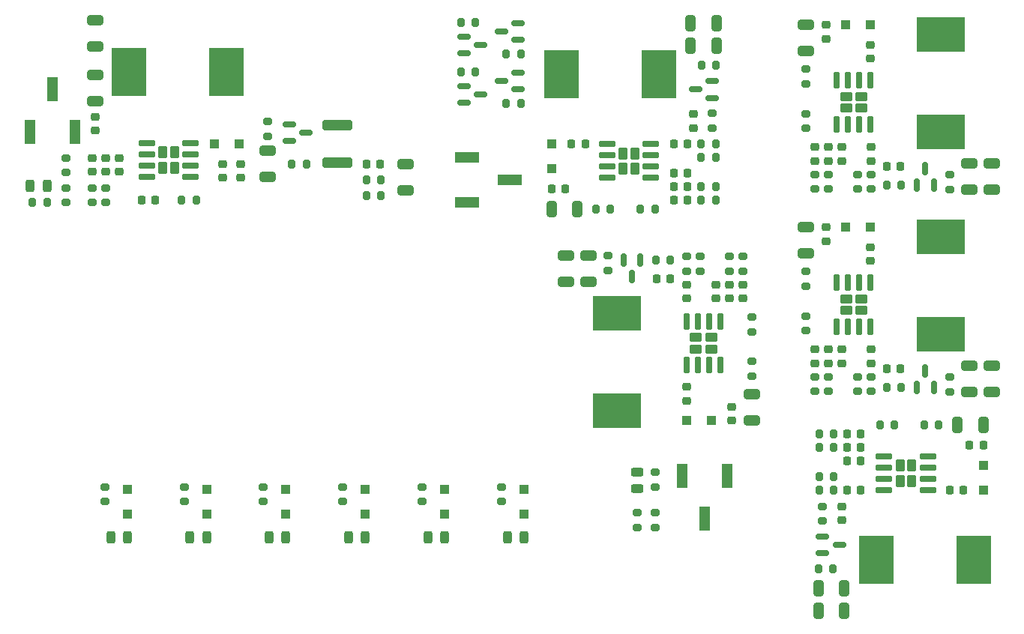
<source format=gtp>
%TF.GenerationSoftware,KiCad,Pcbnew,7.0.10*%
%TF.CreationDate,2024-02-13T14:16:50+07:00*%
%TF.ProjectId,AniSignage v2,416e6953-6967-46e6-9167-652076322e6b,rev?*%
%TF.SameCoordinates,Original*%
%TF.FileFunction,Paste,Top*%
%TF.FilePolarity,Positive*%
%FSLAX46Y46*%
G04 Gerber Fmt 4.6, Leading zero omitted, Abs format (unit mm)*
G04 Created by KiCad (PCBNEW 7.0.10) date 2024-02-13 14:16:50*
%MOMM*%
%LPD*%
G01*
G04 APERTURE LIST*
G04 Aperture macros list*
%AMRoundRect*
0 Rectangle with rounded corners*
0 $1 Rounding radius*
0 $2 $3 $4 $5 $6 $7 $8 $9 X,Y pos of 4 corners*
0 Add a 4 corners polygon primitive as box body*
4,1,4,$2,$3,$4,$5,$6,$7,$8,$9,$2,$3,0*
0 Add four circle primitives for the rounded corners*
1,1,$1+$1,$2,$3*
1,1,$1+$1,$4,$5*
1,1,$1+$1,$6,$7*
1,1,$1+$1,$8,$9*
0 Add four rect primitives between the rounded corners*
20,1,$1+$1,$2,$3,$4,$5,0*
20,1,$1+$1,$4,$5,$6,$7,0*
20,1,$1+$1,$6,$7,$8,$9,0*
20,1,$1+$1,$8,$9,$2,$3,0*%
G04 Aperture macros list end*
%ADD10RoundRect,0.200000X0.200000X0.275000X-0.200000X0.275000X-0.200000X-0.275000X0.200000X-0.275000X0*%
%ADD11RoundRect,0.150000X-0.587500X-0.150000X0.587500X-0.150000X0.587500X0.150000X-0.587500X0.150000X0*%
%ADD12RoundRect,0.250000X0.300000X-0.300000X0.300000X0.300000X-0.300000X0.300000X-0.300000X-0.300000X0*%
%ADD13RoundRect,0.243750X0.243750X0.456250X-0.243750X0.456250X-0.243750X-0.456250X0.243750X-0.456250X0*%
%ADD14RoundRect,0.225000X0.250000X-0.225000X0.250000X0.225000X-0.250000X0.225000X-0.250000X-0.225000X0*%
%ADD15RoundRect,0.200000X-0.200000X-0.275000X0.200000X-0.275000X0.200000X0.275000X-0.200000X0.275000X0*%
%ADD16RoundRect,0.225000X-0.250000X0.225000X-0.250000X-0.225000X0.250000X-0.225000X0.250000X0.225000X0*%
%ADD17RoundRect,0.200000X0.275000X-0.200000X0.275000X0.200000X-0.275000X0.200000X-0.275000X-0.200000X0*%
%ADD18RoundRect,0.250000X-0.455000X0.280000X-0.455000X-0.280000X0.455000X-0.280000X0.455000X0.280000X0*%
%ADD19RoundRect,0.150000X-0.150000X0.820000X-0.150000X-0.820000X0.150000X-0.820000X0.150000X0.820000X0*%
%ADD20RoundRect,0.225000X-0.225000X-0.250000X0.225000X-0.250000X0.225000X0.250000X-0.225000X0.250000X0*%
%ADD21RoundRect,0.250000X0.300000X0.300000X-0.300000X0.300000X-0.300000X-0.300000X0.300000X-0.300000X0*%
%ADD22RoundRect,0.200000X-0.275000X0.200000X-0.275000X-0.200000X0.275000X-0.200000X0.275000X0.200000X0*%
%ADD23RoundRect,0.250000X-0.280000X-0.455000X0.280000X-0.455000X0.280000X0.455000X-0.280000X0.455000X0*%
%ADD24RoundRect,0.150000X-0.820000X-0.150000X0.820000X-0.150000X0.820000X0.150000X-0.820000X0.150000X0*%
%ADD25RoundRect,0.250000X0.650000X-0.325000X0.650000X0.325000X-0.650000X0.325000X-0.650000X-0.325000X0*%
%ADD26RoundRect,0.250000X0.455000X-0.280000X0.455000X0.280000X-0.455000X0.280000X-0.455000X-0.280000X0*%
%ADD27RoundRect,0.150000X0.150000X-0.820000X0.150000X0.820000X-0.150000X0.820000X-0.150000X-0.820000X0*%
%ADD28RoundRect,0.250000X-0.300000X-0.300000X0.300000X-0.300000X0.300000X0.300000X-0.300000X0.300000X0*%
%ADD29RoundRect,0.225000X0.225000X0.250000X-0.225000X0.250000X-0.225000X-0.250000X0.225000X-0.250000X0*%
%ADD30R,5.400000X3.900000*%
%ADD31RoundRect,0.150000X-0.150000X0.587500X-0.150000X-0.587500X0.150000X-0.587500X0.150000X0.587500X0*%
%ADD32RoundRect,0.250000X0.325000X0.650000X-0.325000X0.650000X-0.325000X-0.650000X0.325000X-0.650000X0*%
%ADD33R,3.900000X5.400000*%
%ADD34R,2.790000X1.190000*%
%ADD35RoundRect,0.250000X-0.650000X0.325000X-0.650000X-0.325000X0.650000X-0.325000X0.650000X0.325000X0*%
%ADD36RoundRect,0.250000X-1.450000X0.312500X-1.450000X-0.312500X1.450000X-0.312500X1.450000X0.312500X0*%
%ADD37RoundRect,0.250000X-0.325000X-0.650000X0.325000X-0.650000X0.325000X0.650000X-0.325000X0.650000X0*%
%ADD38RoundRect,0.250000X-0.300000X0.300000X-0.300000X-0.300000X0.300000X-0.300000X0.300000X0.300000X0*%
%ADD39RoundRect,0.150000X0.587500X0.150000X-0.587500X0.150000X-0.587500X-0.150000X0.587500X-0.150000X0*%
%ADD40RoundRect,0.243750X0.456250X-0.243750X0.456250X0.243750X-0.456250X0.243750X-0.456250X-0.243750X0*%
%ADD41R,1.190000X2.790000*%
%ADD42RoundRect,0.150000X0.150000X-0.587500X0.150000X0.587500X-0.150000X0.587500X-0.150000X-0.587500X0*%
%ADD43RoundRect,0.243750X-0.243750X-0.456250X0.243750X-0.456250X0.243750X0.456250X-0.243750X0.456250X0*%
%ADD44RoundRect,0.250000X0.280000X0.455000X-0.280000X0.455000X-0.280000X-0.455000X0.280000X-0.455000X0*%
%ADD45RoundRect,0.150000X0.820000X0.150000X-0.820000X0.150000X-0.820000X-0.150000X0.820000X-0.150000X0*%
G04 APERTURE END LIST*
D10*
%TO.C,R14*%
X134916500Y-57150000D03*
X133266500Y-57150000D03*
%TD*%
D11*
%TO.C,TR1*%
X113889000Y-63058000D03*
X113889000Y-64958000D03*
X115764000Y-64008000D03*
%TD*%
D12*
%TO.C,D13*%
X131462180Y-107064000D03*
X131462180Y-104264000D03*
%TD*%
D13*
%TO.C,D14*%
X140427475Y-109728000D03*
X138552475Y-109728000D03*
%TD*%
D10*
%TO.C,R5*%
X103381000Y-71628000D03*
X101731000Y-71628000D03*
%TD*%
D14*
%TO.C,C54*%
X162052000Y-82702000D03*
X162052000Y-81152000D03*
%TD*%
D15*
%TO.C,R54*%
X173736000Y-104394000D03*
X175386000Y-104394000D03*
%TD*%
D16*
%TO.C,C26*%
X174752000Y-65634000D03*
X174752000Y-67184000D03*
%TD*%
D17*
%TO.C,R39*%
X173228000Y-70358000D03*
X173228000Y-68708000D03*
%TD*%
D14*
%TO.C,C29*%
X179564000Y-55626000D03*
X179564000Y-54076000D03*
%TD*%
D18*
%TO.C,U10*%
X178534000Y-59904000D03*
X176784000Y-59904000D03*
X178534000Y-61214000D03*
X176784000Y-61214000D03*
D19*
X179564000Y-58079000D03*
X178294000Y-58079000D03*
X177024000Y-58079000D03*
X175754000Y-58079000D03*
X175754000Y-63039000D03*
X177024000Y-63039000D03*
X178294000Y-63039000D03*
X179564000Y-63039000D03*
%TD*%
D16*
%TO.C,C57*%
X163830000Y-94970000D03*
X163830000Y-96520000D03*
%TD*%
D20*
%TO.C,C18*%
X157328000Y-71628000D03*
X158878000Y-71628000D03*
%TD*%
D21*
%TO.C,D17*%
X179564000Y-51816000D03*
X176764000Y-51816000D03*
%TD*%
D22*
%TO.C,R62*%
X158750000Y-77978000D03*
X158750000Y-79628000D03*
%TD*%
D23*
%TO.C,U9*%
X151598000Y-66322000D03*
X151598000Y-68072000D03*
X152908000Y-66322000D03*
X152908000Y-68072000D03*
D24*
X149773000Y-65292000D03*
X149773000Y-66562000D03*
X149773000Y-67832000D03*
X149773000Y-69102000D03*
X154733000Y-69102000D03*
X154733000Y-67832000D03*
X154733000Y-66562000D03*
X154733000Y-65292000D03*
%TD*%
D16*
%TO.C,C34*%
X176276000Y-88494000D03*
X176276000Y-90044000D03*
%TD*%
D22*
%TO.C,R11*%
X155194000Y-106934000D03*
X155194000Y-108584000D03*
%TD*%
D25*
%TO.C,C11*%
X127000000Y-70514000D03*
X127000000Y-67564000D03*
%TD*%
D26*
%TO.C,U13*%
X159794000Y-88432000D03*
X161544000Y-88432000D03*
X159794000Y-87122000D03*
X161544000Y-87122000D03*
D27*
X158764000Y-90257000D03*
X160034000Y-90257000D03*
X161304000Y-90257000D03*
X162574000Y-90257000D03*
X162574000Y-85297000D03*
X161304000Y-85297000D03*
X160034000Y-85297000D03*
X158764000Y-85297000D03*
%TD*%
D14*
%TO.C,C53*%
X158750000Y-82702000D03*
X158750000Y-81152000D03*
%TD*%
D17*
%TO.C,R50*%
X172212000Y-86360000D03*
X172212000Y-84710000D03*
%TD*%
D25*
%TO.C,C25*%
X172212000Y-54766000D03*
X172212000Y-51816000D03*
%TD*%
D15*
%TO.C,R33*%
X148527000Y-72644000D03*
X150177000Y-72644000D03*
%TD*%
%TO.C,R12*%
X138406000Y-55118000D03*
X140056000Y-55118000D03*
%TD*%
D28*
%TO.C,D20*%
X158764000Y-96520000D03*
X161564000Y-96520000D03*
%TD*%
D29*
%TO.C,C32*%
X182943000Y-67818000D03*
X181393000Y-67818000D03*
%TD*%
D16*
%TO.C,C10*%
X91948000Y-62217000D03*
X91948000Y-63767000D03*
%TD*%
D30*
%TO.C,L3*%
X187452000Y-52920000D03*
X187452000Y-63920000D03*
%TD*%
D31*
%TO.C,TR10*%
X153538000Y-78389000D03*
X151638000Y-78389000D03*
X152588000Y-80264000D03*
%TD*%
D25*
%TO.C,C61*%
X145119000Y-80843000D03*
X145119000Y-77893000D03*
%TD*%
D29*
%TO.C,C43*%
X178460000Y-104394000D03*
X176910000Y-104394000D03*
%TD*%
D25*
%TO.C,C60*%
X147659000Y-80843000D03*
X147659000Y-77893000D03*
%TD*%
D32*
%TO.C,C15*%
X146460000Y-72644000D03*
X143510000Y-72644000D03*
%TD*%
D20*
%TO.C,C16*%
X157328000Y-70104000D03*
X158878000Y-70104000D03*
%TD*%
D33*
%TO.C,L5*%
X191174000Y-112268000D03*
X180174000Y-112268000D03*
%TD*%
D34*
%TO.C,RV3*%
X133983000Y-66802000D03*
X138813000Y-69342000D03*
X133983000Y-71882000D03*
%TD*%
D15*
%TO.C,R2*%
X114177000Y-67564000D03*
X115827000Y-67564000D03*
%TD*%
D35*
%TO.C,C41*%
X193209000Y-90353000D03*
X193209000Y-93303000D03*
%TD*%
D16*
%TO.C,C22*%
X159512000Y-61913000D03*
X159512000Y-63463000D03*
%TD*%
D30*
%TO.C,L4*%
X187452000Y-75780000D03*
X187452000Y-86780000D03*
%TD*%
D36*
%TO.C,F1*%
X119320000Y-63140500D03*
X119320000Y-67415500D03*
%TD*%
D10*
%TO.C,R34*%
X155194000Y-72644000D03*
X153544000Y-72644000D03*
%TD*%
D20*
%TO.C,C49*%
X188468000Y-104380000D03*
X190018000Y-104380000D03*
%TD*%
D29*
%TO.C,C17*%
X145060000Y-70358000D03*
X143510000Y-70358000D03*
%TD*%
D22*
%TO.C,R6*%
X88646000Y-66865000D03*
X88646000Y-68515000D03*
%TD*%
D10*
%TO.C,R32*%
X162052000Y-70104000D03*
X160402000Y-70104000D03*
%TD*%
D37*
%TO.C,C20*%
X159187000Y-54187000D03*
X162137000Y-54187000D03*
%TD*%
D15*
%TO.C,R8*%
X84885500Y-71882000D03*
X86535500Y-71882000D03*
%TD*%
D10*
%TO.C,R67*%
X156935000Y-78389000D03*
X155285000Y-78389000D03*
%TD*%
D17*
%TO.C,R35*%
X161641000Y-63463000D03*
X161641000Y-61813000D03*
%TD*%
D38*
%TO.C,D16*%
X143510000Y-65292000D03*
X143510000Y-68092000D03*
%TD*%
D10*
%TO.C,R57*%
X187261000Y-97028000D03*
X185611000Y-97028000D03*
%TD*%
D17*
%TO.C,R47*%
X173228000Y-93218000D03*
X173228000Y-91568000D03*
%TD*%
D35*
%TO.C,C31*%
X193209000Y-67493000D03*
X193209000Y-70443000D03*
%TD*%
D17*
%TO.C,R46*%
X179578000Y-93218000D03*
X179578000Y-91568000D03*
%TD*%
D29*
%TO.C,C12*%
X124169000Y-67564000D03*
X122619000Y-67564000D03*
%TD*%
D39*
%TO.C,TR6*%
X161641000Y-60066000D03*
X161641000Y-58166000D03*
X159766000Y-59116000D03*
%TD*%
D15*
%TO.C,R51*%
X181393000Y-92807000D03*
X183043000Y-92807000D03*
%TD*%
D17*
%TO.C,R48*%
X174752000Y-93218000D03*
X174752000Y-91568000D03*
%TD*%
D12*
%TO.C,D15*%
X140427475Y-107064000D03*
X140427475Y-104264000D03*
%TD*%
D11*
%TO.C,TR4*%
X133604000Y-58740000D03*
X133604000Y-60640000D03*
X135479000Y-59690000D03*
%TD*%
%TO.C,TR2*%
X133604000Y-53152000D03*
X133604000Y-55052000D03*
X135479000Y-54102000D03*
%TD*%
D29*
%TO.C,C46*%
X178460000Y-99568000D03*
X176910000Y-99568000D03*
%TD*%
D17*
%TO.C,R38*%
X179578000Y-70358000D03*
X179578000Y-68708000D03*
%TD*%
D15*
%TO.C,R29*%
X160402000Y-66802000D03*
X162052000Y-66802000D03*
%TD*%
D25*
%TO.C,C35*%
X172212000Y-77626000D03*
X172212000Y-74676000D03*
%TD*%
D14*
%TO.C,C56*%
X163576000Y-82702000D03*
X163576000Y-81152000D03*
%TD*%
D16*
%TO.C,C33*%
X179578000Y-88494000D03*
X179578000Y-90044000D03*
%TD*%
D29*
%TO.C,C42*%
X182943000Y-90678000D03*
X181393000Y-90678000D03*
%TD*%
D17*
%TO.C,R7*%
X88646000Y-71882000D03*
X88646000Y-70232000D03*
%TD*%
D14*
%TO.C,C58*%
X165100000Y-82702000D03*
X165100000Y-81152000D03*
%TD*%
D10*
%TO.C,R30*%
X162052000Y-65278000D03*
X160402000Y-65278000D03*
%TD*%
D15*
%TO.C,R43*%
X181393000Y-69947000D03*
X183043000Y-69947000D03*
%TD*%
D40*
%TO.C,D3*%
X153162000Y-104237000D03*
X153162000Y-102362000D03*
%TD*%
D11*
%TO.C,TR9*%
X174147000Y-109606000D03*
X174147000Y-111506000D03*
X176022000Y-110556000D03*
%TD*%
D20*
%TO.C,C14*%
X157328000Y-68580000D03*
X158878000Y-68580000D03*
%TD*%
D17*
%TO.C,R22*%
X110991590Y-105664000D03*
X110991590Y-104014000D03*
%TD*%
%TO.C,R24*%
X119956885Y-105664000D03*
X119956885Y-104014000D03*
%TD*%
D22*
%TO.C,R64*%
X163576000Y-77978000D03*
X163576000Y-79628000D03*
%TD*%
D21*
%TO.C,D18*%
X179564000Y-74676000D03*
X176764000Y-74676000D03*
%TD*%
D17*
%TO.C,R42*%
X172212000Y-63500000D03*
X172212000Y-61850000D03*
%TD*%
D16*
%TO.C,C23*%
X179578000Y-65634000D03*
X179578000Y-67184000D03*
%TD*%
D41*
%TO.C,RV1*%
X84582000Y-63883000D03*
X87122000Y-59053000D03*
X89662000Y-63883000D03*
%TD*%
D35*
%TO.C,C40*%
X190669000Y-90353000D03*
X190669000Y-93303000D03*
%TD*%
D17*
%TO.C,R28*%
X137887475Y-105664000D03*
X137887475Y-104014000D03*
%TD*%
%TO.C,R61*%
X160274000Y-79628000D03*
X160274000Y-77978000D03*
%TD*%
D15*
%TO.C,R58*%
X180594000Y-97028000D03*
X182244000Y-97028000D03*
%TD*%
D17*
%TO.C,R10*%
X155194000Y-104012000D03*
X155194000Y-102362000D03*
%TD*%
D35*
%TO.C,C55*%
X166116000Y-93570000D03*
X166116000Y-96520000D03*
%TD*%
D15*
%TO.C,R60*%
X173673000Y-113284000D03*
X175323000Y-113284000D03*
%TD*%
D42*
%TO.C,TR7*%
X184790000Y-69947000D03*
X186690000Y-69947000D03*
X185740000Y-68072000D03*
%TD*%
D14*
%TO.C,C6*%
X108398000Y-69101000D03*
X108398000Y-67551000D03*
%TD*%
D12*
%TO.C,D19*%
X192278000Y-104380000D03*
X192278000Y-101580000D03*
%TD*%
D17*
%TO.C,R40*%
X174752000Y-70358000D03*
X174752000Y-68708000D03*
%TD*%
D16*
%TO.C,C24*%
X176276000Y-65634000D03*
X176276000Y-67184000D03*
%TD*%
D12*
%TO.C,D9*%
X113531590Y-107064000D03*
X113531590Y-104264000D03*
%TD*%
D13*
%TO.C,D10*%
X122496885Y-109728000D03*
X120621885Y-109728000D03*
%TD*%
D33*
%TO.C,L2*%
X144614000Y-57404000D03*
X155614000Y-57404000D03*
%TD*%
D39*
%TO.C,TR3*%
X139718500Y-53528000D03*
X139718500Y-51628000D03*
X137843500Y-52578000D03*
%TD*%
D10*
%TO.C,R16*%
X124269000Y-69342000D03*
X122619000Y-69342000D03*
%TD*%
D22*
%TO.C,R49*%
X172212000Y-79693000D03*
X172212000Y-81343000D03*
%TD*%
D13*
%TO.C,D4*%
X95601000Y-109728000D03*
X93726000Y-109728000D03*
%TD*%
D20*
%TO.C,C47*%
X190728000Y-99314000D03*
X192278000Y-99314000D03*
%TD*%
D25*
%TO.C,C8*%
X91948000Y-54258000D03*
X91948000Y-51308000D03*
%TD*%
D13*
%TO.C,D12*%
X131462180Y-109728000D03*
X129587180Y-109728000D03*
%TD*%
D14*
%TO.C,C37*%
X174498000Y-76226000D03*
X174498000Y-74676000D03*
%TD*%
D10*
%TO.C,R36*%
X162115000Y-56388000D03*
X160465000Y-56388000D03*
%TD*%
D17*
%TO.C,R52*%
X188468000Y-93281000D03*
X188468000Y-91631000D03*
%TD*%
D35*
%TO.C,C30*%
X190669000Y-67493000D03*
X190669000Y-70443000D03*
%TD*%
D14*
%TO.C,C52*%
X176276000Y-107759000D03*
X176276000Y-106209000D03*
%TD*%
D37*
%TO.C,C21*%
X159187000Y-51647000D03*
X162137000Y-51647000D03*
%TD*%
D13*
%TO.C,D6*%
X104566295Y-109728000D03*
X102691295Y-109728000D03*
%TD*%
D30*
%TO.C,L6*%
X150876000Y-95416000D03*
X150876000Y-84416000D03*
%TD*%
D29*
%TO.C,C44*%
X178460000Y-101092000D03*
X176910000Y-101092000D03*
%TD*%
D32*
%TO.C,C50*%
X176601000Y-115485000D03*
X173651000Y-115485000D03*
%TD*%
D28*
%TO.C,D1*%
X105474000Y-65278000D03*
X108274000Y-65278000D03*
%TD*%
D10*
%TO.C,R76*%
X124269000Y-71120000D03*
X122619000Y-71120000D03*
%TD*%
D29*
%TO.C,C19*%
X147320000Y-65292000D03*
X145770000Y-65292000D03*
%TD*%
D15*
%TO.C,R15*%
X138406000Y-60706000D03*
X140056000Y-60706000D03*
%TD*%
D14*
%TO.C,C27*%
X174498000Y-53366000D03*
X174498000Y-51816000D03*
%TD*%
D43*
%TO.C,D2*%
X84660500Y-69979000D03*
X86535500Y-69979000D03*
%TD*%
D22*
%TO.C,R1*%
X111446000Y-62738000D03*
X111446000Y-64388000D03*
%TD*%
D16*
%TO.C,C3*%
X93158000Y-66851000D03*
X93158000Y-68401000D03*
%TD*%
%TO.C,C5*%
X91634000Y-66851000D03*
X91634000Y-68401000D03*
%TD*%
D22*
%TO.C,R63*%
X165100000Y-77978000D03*
X165100000Y-79628000D03*
%TD*%
D29*
%TO.C,C48*%
X178460000Y-98044000D03*
X176910000Y-98044000D03*
%TD*%
D17*
%TO.C,R20*%
X102026295Y-105664000D03*
X102026295Y-104014000D03*
%TD*%
D20*
%TO.C,C1*%
X97222000Y-71628000D03*
X98772000Y-71628000D03*
%TD*%
D33*
%TO.C,L1*%
X106786000Y-57150000D03*
X95786000Y-57150000D03*
%TD*%
D44*
%TO.C,U12*%
X184190000Y-103350000D03*
X184190000Y-101600000D03*
X182880000Y-103350000D03*
X182880000Y-101600000D03*
D45*
X186015000Y-104380000D03*
X186015000Y-103110000D03*
X186015000Y-101840000D03*
X186015000Y-100570000D03*
X181055000Y-100570000D03*
X181055000Y-101840000D03*
X181055000Y-103110000D03*
X181055000Y-104380000D03*
%TD*%
D15*
%TO.C,R56*%
X173736000Y-99568000D03*
X175386000Y-99568000D03*
%TD*%
D41*
%TO.C,RV2*%
X163322000Y-102741000D03*
X160782000Y-107571000D03*
X158242000Y-102741000D03*
%TD*%
D18*
%TO.C,U11*%
X178534000Y-82764000D03*
X176784000Y-82764000D03*
X178534000Y-84074000D03*
X176784000Y-84074000D03*
D19*
X179564000Y-80939000D03*
X178294000Y-80939000D03*
X177024000Y-80939000D03*
X175754000Y-80939000D03*
X175754000Y-85899000D03*
X177024000Y-85899000D03*
X178294000Y-85899000D03*
X179564000Y-85899000D03*
%TD*%
D10*
%TO.C,R9*%
X134916500Y-51562000D03*
X133266500Y-51562000D03*
%TD*%
D20*
%TO.C,C62*%
X155385000Y-80518000D03*
X156935000Y-80518000D03*
%TD*%
%TO.C,C13*%
X157328000Y-65278000D03*
X158878000Y-65278000D03*
%TD*%
D35*
%TO.C,C4*%
X111446000Y-66040000D03*
X111446000Y-68990000D03*
%TD*%
D16*
%TO.C,C28*%
X173228000Y-65634000D03*
X173228000Y-67184000D03*
%TD*%
D17*
%TO.C,R26*%
X128922180Y-105664000D03*
X128922180Y-104014000D03*
%TD*%
D42*
%TO.C,TR8*%
X184790000Y-92807000D03*
X186690000Y-92807000D03*
X185740000Y-90932000D03*
%TD*%
D22*
%TO.C,R45*%
X178054000Y-91568000D03*
X178054000Y-93218000D03*
%TD*%
%TO.C,R66*%
X166116000Y-84836000D03*
X166116000Y-86486000D03*
%TD*%
D39*
%TO.C,TR5*%
X139718500Y-59116000D03*
X139718500Y-57216000D03*
X137843500Y-58166000D03*
%TD*%
D44*
%TO.C,U1*%
X100925000Y-67931000D03*
X100925000Y-66181000D03*
X99615000Y-67931000D03*
X99615000Y-66181000D03*
D45*
X102750000Y-68961000D03*
X102750000Y-67691000D03*
X102750000Y-66421000D03*
X102750000Y-65151000D03*
X97790000Y-65151000D03*
X97790000Y-66421000D03*
X97790000Y-67691000D03*
X97790000Y-68961000D03*
%TD*%
D12*
%TO.C,D7*%
X104566295Y-107064000D03*
X104566295Y-104264000D03*
%TD*%
D10*
%TO.C,R31*%
X162052000Y-71628000D03*
X160402000Y-71628000D03*
%TD*%
D16*
%TO.C,C59*%
X158764000Y-92710000D03*
X158764000Y-94260000D03*
%TD*%
D12*
%TO.C,D5*%
X95601000Y-107064000D03*
X95601000Y-104264000D03*
%TD*%
D22*
%TO.C,R68*%
X149860000Y-77915000D03*
X149860000Y-79565000D03*
%TD*%
D17*
%TO.C,R4*%
X93158000Y-71882000D03*
X93158000Y-70232000D03*
%TD*%
D15*
%TO.C,R55*%
X173736000Y-98044000D03*
X175386000Y-98044000D03*
%TD*%
D10*
%TO.C,R53*%
X175386000Y-102870000D03*
X173736000Y-102870000D03*
%TD*%
D22*
%TO.C,R37*%
X178054000Y-68708000D03*
X178054000Y-70358000D03*
%TD*%
D17*
%TO.C,R65*%
X166116000Y-91503000D03*
X166116000Y-89853000D03*
%TD*%
%TO.C,R18*%
X93061000Y-105664000D03*
X93061000Y-104014000D03*
%TD*%
D16*
%TO.C,C38*%
X173228000Y-88494000D03*
X173228000Y-90044000D03*
%TD*%
D13*
%TO.C,D8*%
X113531590Y-109728000D03*
X111656590Y-109728000D03*
%TD*%
D12*
%TO.C,D11*%
X122496885Y-107064000D03*
X122496885Y-104264000D03*
%TD*%
D14*
%TO.C,C7*%
X106366000Y-69101000D03*
X106366000Y-67551000D03*
%TD*%
D22*
%TO.C,R41*%
X172212000Y-56833000D03*
X172212000Y-58483000D03*
%TD*%
D25*
%TO.C,C9*%
X91948000Y-60452000D03*
X91948000Y-57502000D03*
%TD*%
D16*
%TO.C,C2*%
X94682000Y-66851000D03*
X94682000Y-68401000D03*
%TD*%
D17*
%TO.C,R44*%
X188468000Y-70421000D03*
X188468000Y-68771000D03*
%TD*%
D37*
%TO.C,C45*%
X189328000Y-97028000D03*
X192278000Y-97028000D03*
%TD*%
D32*
%TO.C,C51*%
X176601000Y-118025000D03*
X173651000Y-118025000D03*
%TD*%
D17*
%TO.C,R13*%
X153162000Y-108584000D03*
X153162000Y-106934000D03*
%TD*%
%TO.C,R3*%
X91634000Y-71882000D03*
X91634000Y-70232000D03*
%TD*%
D14*
%TO.C,C39*%
X179564000Y-78486000D03*
X179564000Y-76936000D03*
%TD*%
D16*
%TO.C,C36*%
X174752000Y-88494000D03*
X174752000Y-90044000D03*
%TD*%
D22*
%TO.C,R59*%
X174147000Y-106209000D03*
X174147000Y-107859000D03*
%TD*%
M02*

</source>
